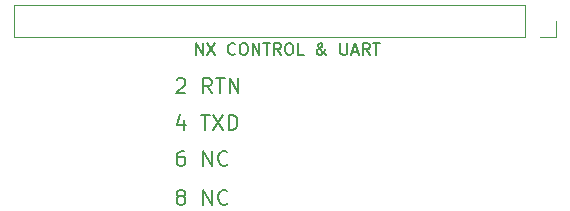
<source format=gbr>
%TF.GenerationSoftware,KiCad,Pcbnew,8.0.8-8.0.8-0~ubuntu22.04.1*%
%TF.CreationDate,2025-01-15T16:25:45-08:00*%
%TF.ProjectId,NX-ButtonInterface,4e582d42-7574-4746-9f6e-496e74657266,1*%
%TF.SameCoordinates,Original*%
%TF.FileFunction,Legend,Top*%
%TF.FilePolarity,Positive*%
%FSLAX46Y46*%
G04 Gerber Fmt 4.6, Leading zero omitted, Abs format (unit mm)*
G04 Created by KiCad (PCBNEW 8.0.8-8.0.8-0~ubuntu22.04.1) date 2025-01-15 16:25:45*
%MOMM*%
%LPD*%
G01*
G04 APERTURE LIST*
%ADD10C,0.177800*%
%ADD11C,0.150000*%
%ADD12C,0.120000*%
G04 APERTURE END LIST*
D10*
X99769639Y-101331613D02*
X99769639Y-102178280D01*
X99467258Y-100847804D02*
X99164877Y-101754946D01*
X99164877Y-101754946D02*
X99951068Y-101754946D01*
X101221068Y-100908280D02*
X101946782Y-100908280D01*
X101583925Y-102178280D02*
X101583925Y-100908280D01*
X102249163Y-100908280D02*
X103095830Y-102178280D01*
X103095830Y-100908280D02*
X102249163Y-102178280D01*
X103579639Y-102178280D02*
X103579639Y-100908280D01*
X103579639Y-100908280D02*
X103882020Y-100908280D01*
X103882020Y-100908280D02*
X104063449Y-100968756D01*
X104063449Y-100968756D02*
X104184401Y-101089708D01*
X104184401Y-101089708D02*
X104244878Y-101210661D01*
X104244878Y-101210661D02*
X104305354Y-101452565D01*
X104305354Y-101452565D02*
X104305354Y-101633994D01*
X104305354Y-101633994D02*
X104244878Y-101875899D01*
X104244878Y-101875899D02*
X104184401Y-101996851D01*
X104184401Y-101996851D02*
X104063449Y-102117804D01*
X104063449Y-102117804D02*
X103882020Y-102178280D01*
X103882020Y-102178280D02*
X103579639Y-102178280D01*
X99406782Y-107802565D02*
X99285830Y-107742089D01*
X99285830Y-107742089D02*
X99225353Y-107681613D01*
X99225353Y-107681613D02*
X99164877Y-107560661D01*
X99164877Y-107560661D02*
X99164877Y-107500184D01*
X99164877Y-107500184D02*
X99225353Y-107379232D01*
X99225353Y-107379232D02*
X99285830Y-107318756D01*
X99285830Y-107318756D02*
X99406782Y-107258280D01*
X99406782Y-107258280D02*
X99648687Y-107258280D01*
X99648687Y-107258280D02*
X99769639Y-107318756D01*
X99769639Y-107318756D02*
X99830115Y-107379232D01*
X99830115Y-107379232D02*
X99890592Y-107500184D01*
X99890592Y-107500184D02*
X99890592Y-107560661D01*
X99890592Y-107560661D02*
X99830115Y-107681613D01*
X99830115Y-107681613D02*
X99769639Y-107742089D01*
X99769639Y-107742089D02*
X99648687Y-107802565D01*
X99648687Y-107802565D02*
X99406782Y-107802565D01*
X99406782Y-107802565D02*
X99285830Y-107863042D01*
X99285830Y-107863042D02*
X99225353Y-107923518D01*
X99225353Y-107923518D02*
X99164877Y-108044470D01*
X99164877Y-108044470D02*
X99164877Y-108286375D01*
X99164877Y-108286375D02*
X99225353Y-108407327D01*
X99225353Y-108407327D02*
X99285830Y-108467804D01*
X99285830Y-108467804D02*
X99406782Y-108528280D01*
X99406782Y-108528280D02*
X99648687Y-108528280D01*
X99648687Y-108528280D02*
X99769639Y-108467804D01*
X99769639Y-108467804D02*
X99830115Y-108407327D01*
X99830115Y-108407327D02*
X99890592Y-108286375D01*
X99890592Y-108286375D02*
X99890592Y-108044470D01*
X99890592Y-108044470D02*
X99830115Y-107923518D01*
X99830115Y-107923518D02*
X99769639Y-107863042D01*
X99769639Y-107863042D02*
X99648687Y-107802565D01*
X101402496Y-108528280D02*
X101402496Y-107258280D01*
X101402496Y-107258280D02*
X102128211Y-108528280D01*
X102128211Y-108528280D02*
X102128211Y-107258280D01*
X103458687Y-108407327D02*
X103398211Y-108467804D01*
X103398211Y-108467804D02*
X103216782Y-108528280D01*
X103216782Y-108528280D02*
X103095830Y-108528280D01*
X103095830Y-108528280D02*
X102914401Y-108467804D01*
X102914401Y-108467804D02*
X102793449Y-108346851D01*
X102793449Y-108346851D02*
X102732972Y-108225899D01*
X102732972Y-108225899D02*
X102672496Y-107983994D01*
X102672496Y-107983994D02*
X102672496Y-107802565D01*
X102672496Y-107802565D02*
X102732972Y-107560661D01*
X102732972Y-107560661D02*
X102793449Y-107439708D01*
X102793449Y-107439708D02*
X102914401Y-107318756D01*
X102914401Y-107318756D02*
X103095830Y-107258280D01*
X103095830Y-107258280D02*
X103216782Y-107258280D01*
X103216782Y-107258280D02*
X103398211Y-107318756D01*
X103398211Y-107318756D02*
X103458687Y-107379232D01*
X99164877Y-97930432D02*
X99225353Y-97869956D01*
X99225353Y-97869956D02*
X99346306Y-97809480D01*
X99346306Y-97809480D02*
X99648687Y-97809480D01*
X99648687Y-97809480D02*
X99769639Y-97869956D01*
X99769639Y-97869956D02*
X99830115Y-97930432D01*
X99830115Y-97930432D02*
X99890592Y-98051384D01*
X99890592Y-98051384D02*
X99890592Y-98172337D01*
X99890592Y-98172337D02*
X99830115Y-98353765D01*
X99830115Y-98353765D02*
X99104401Y-99079480D01*
X99104401Y-99079480D02*
X99890592Y-99079480D01*
X102128211Y-99079480D02*
X101704877Y-98474718D01*
X101402496Y-99079480D02*
X101402496Y-97809480D01*
X101402496Y-97809480D02*
X101886306Y-97809480D01*
X101886306Y-97809480D02*
X102007258Y-97869956D01*
X102007258Y-97869956D02*
X102067735Y-97930432D01*
X102067735Y-97930432D02*
X102128211Y-98051384D01*
X102128211Y-98051384D02*
X102128211Y-98232813D01*
X102128211Y-98232813D02*
X102067735Y-98353765D01*
X102067735Y-98353765D02*
X102007258Y-98414242D01*
X102007258Y-98414242D02*
X101886306Y-98474718D01*
X101886306Y-98474718D02*
X101402496Y-98474718D01*
X102491068Y-97809480D02*
X103216782Y-97809480D01*
X102853925Y-99079480D02*
X102853925Y-97809480D01*
X103640115Y-99079480D02*
X103640115Y-97809480D01*
X103640115Y-97809480D02*
X104365830Y-99079480D01*
X104365830Y-99079480D02*
X104365830Y-97809480D01*
X99769639Y-103956280D02*
X99527734Y-103956280D01*
X99527734Y-103956280D02*
X99406782Y-104016756D01*
X99406782Y-104016756D02*
X99346306Y-104077232D01*
X99346306Y-104077232D02*
X99225353Y-104258661D01*
X99225353Y-104258661D02*
X99164877Y-104500565D01*
X99164877Y-104500565D02*
X99164877Y-104984375D01*
X99164877Y-104984375D02*
X99225353Y-105105327D01*
X99225353Y-105105327D02*
X99285830Y-105165804D01*
X99285830Y-105165804D02*
X99406782Y-105226280D01*
X99406782Y-105226280D02*
X99648687Y-105226280D01*
X99648687Y-105226280D02*
X99769639Y-105165804D01*
X99769639Y-105165804D02*
X99830115Y-105105327D01*
X99830115Y-105105327D02*
X99890592Y-104984375D01*
X99890592Y-104984375D02*
X99890592Y-104681994D01*
X99890592Y-104681994D02*
X99830115Y-104561042D01*
X99830115Y-104561042D02*
X99769639Y-104500565D01*
X99769639Y-104500565D02*
X99648687Y-104440089D01*
X99648687Y-104440089D02*
X99406782Y-104440089D01*
X99406782Y-104440089D02*
X99285830Y-104500565D01*
X99285830Y-104500565D02*
X99225353Y-104561042D01*
X99225353Y-104561042D02*
X99164877Y-104681994D01*
X101402496Y-105226280D02*
X101402496Y-103956280D01*
X101402496Y-103956280D02*
X102128211Y-105226280D01*
X102128211Y-105226280D02*
X102128211Y-103956280D01*
X103458687Y-105105327D02*
X103398211Y-105165804D01*
X103398211Y-105165804D02*
X103216782Y-105226280D01*
X103216782Y-105226280D02*
X103095830Y-105226280D01*
X103095830Y-105226280D02*
X102914401Y-105165804D01*
X102914401Y-105165804D02*
X102793449Y-105044851D01*
X102793449Y-105044851D02*
X102732972Y-104923899D01*
X102732972Y-104923899D02*
X102672496Y-104681994D01*
X102672496Y-104681994D02*
X102672496Y-104500565D01*
X102672496Y-104500565D02*
X102732972Y-104258661D01*
X102732972Y-104258661D02*
X102793449Y-104137708D01*
X102793449Y-104137708D02*
X102914401Y-104016756D01*
X102914401Y-104016756D02*
X103095830Y-103956280D01*
X103095830Y-103956280D02*
X103216782Y-103956280D01*
X103216782Y-103956280D02*
X103398211Y-104016756D01*
X103398211Y-104016756D02*
X103458687Y-104077232D01*
D11*
X100785714Y-95831819D02*
X100785714Y-94831819D01*
X100785714Y-94831819D02*
X101357142Y-95831819D01*
X101357142Y-95831819D02*
X101357142Y-94831819D01*
X101738095Y-94831819D02*
X102404761Y-95831819D01*
X102404761Y-94831819D02*
X101738095Y-95831819D01*
X104119047Y-95736580D02*
X104071428Y-95784200D01*
X104071428Y-95784200D02*
X103928571Y-95831819D01*
X103928571Y-95831819D02*
X103833333Y-95831819D01*
X103833333Y-95831819D02*
X103690476Y-95784200D01*
X103690476Y-95784200D02*
X103595238Y-95688961D01*
X103595238Y-95688961D02*
X103547619Y-95593723D01*
X103547619Y-95593723D02*
X103500000Y-95403247D01*
X103500000Y-95403247D02*
X103500000Y-95260390D01*
X103500000Y-95260390D02*
X103547619Y-95069914D01*
X103547619Y-95069914D02*
X103595238Y-94974676D01*
X103595238Y-94974676D02*
X103690476Y-94879438D01*
X103690476Y-94879438D02*
X103833333Y-94831819D01*
X103833333Y-94831819D02*
X103928571Y-94831819D01*
X103928571Y-94831819D02*
X104071428Y-94879438D01*
X104071428Y-94879438D02*
X104119047Y-94927057D01*
X104738095Y-94831819D02*
X104928571Y-94831819D01*
X104928571Y-94831819D02*
X105023809Y-94879438D01*
X105023809Y-94879438D02*
X105119047Y-94974676D01*
X105119047Y-94974676D02*
X105166666Y-95165152D01*
X105166666Y-95165152D02*
X105166666Y-95498485D01*
X105166666Y-95498485D02*
X105119047Y-95688961D01*
X105119047Y-95688961D02*
X105023809Y-95784200D01*
X105023809Y-95784200D02*
X104928571Y-95831819D01*
X104928571Y-95831819D02*
X104738095Y-95831819D01*
X104738095Y-95831819D02*
X104642857Y-95784200D01*
X104642857Y-95784200D02*
X104547619Y-95688961D01*
X104547619Y-95688961D02*
X104500000Y-95498485D01*
X104500000Y-95498485D02*
X104500000Y-95165152D01*
X104500000Y-95165152D02*
X104547619Y-94974676D01*
X104547619Y-94974676D02*
X104642857Y-94879438D01*
X104642857Y-94879438D02*
X104738095Y-94831819D01*
X105595238Y-95831819D02*
X105595238Y-94831819D01*
X105595238Y-94831819D02*
X106166666Y-95831819D01*
X106166666Y-95831819D02*
X106166666Y-94831819D01*
X106500000Y-94831819D02*
X107071428Y-94831819D01*
X106785714Y-95831819D02*
X106785714Y-94831819D01*
X107976190Y-95831819D02*
X107642857Y-95355628D01*
X107404762Y-95831819D02*
X107404762Y-94831819D01*
X107404762Y-94831819D02*
X107785714Y-94831819D01*
X107785714Y-94831819D02*
X107880952Y-94879438D01*
X107880952Y-94879438D02*
X107928571Y-94927057D01*
X107928571Y-94927057D02*
X107976190Y-95022295D01*
X107976190Y-95022295D02*
X107976190Y-95165152D01*
X107976190Y-95165152D02*
X107928571Y-95260390D01*
X107928571Y-95260390D02*
X107880952Y-95308009D01*
X107880952Y-95308009D02*
X107785714Y-95355628D01*
X107785714Y-95355628D02*
X107404762Y-95355628D01*
X108595238Y-94831819D02*
X108785714Y-94831819D01*
X108785714Y-94831819D02*
X108880952Y-94879438D01*
X108880952Y-94879438D02*
X108976190Y-94974676D01*
X108976190Y-94974676D02*
X109023809Y-95165152D01*
X109023809Y-95165152D02*
X109023809Y-95498485D01*
X109023809Y-95498485D02*
X108976190Y-95688961D01*
X108976190Y-95688961D02*
X108880952Y-95784200D01*
X108880952Y-95784200D02*
X108785714Y-95831819D01*
X108785714Y-95831819D02*
X108595238Y-95831819D01*
X108595238Y-95831819D02*
X108500000Y-95784200D01*
X108500000Y-95784200D02*
X108404762Y-95688961D01*
X108404762Y-95688961D02*
X108357143Y-95498485D01*
X108357143Y-95498485D02*
X108357143Y-95165152D01*
X108357143Y-95165152D02*
X108404762Y-94974676D01*
X108404762Y-94974676D02*
X108500000Y-94879438D01*
X108500000Y-94879438D02*
X108595238Y-94831819D01*
X109928571Y-95831819D02*
X109452381Y-95831819D01*
X109452381Y-95831819D02*
X109452381Y-94831819D01*
X111833334Y-95831819D02*
X111785715Y-95831819D01*
X111785715Y-95831819D02*
X111690476Y-95784200D01*
X111690476Y-95784200D02*
X111547619Y-95641342D01*
X111547619Y-95641342D02*
X111309524Y-95355628D01*
X111309524Y-95355628D02*
X111214286Y-95212771D01*
X111214286Y-95212771D02*
X111166667Y-95069914D01*
X111166667Y-95069914D02*
X111166667Y-94974676D01*
X111166667Y-94974676D02*
X111214286Y-94879438D01*
X111214286Y-94879438D02*
X111309524Y-94831819D01*
X111309524Y-94831819D02*
X111357143Y-94831819D01*
X111357143Y-94831819D02*
X111452381Y-94879438D01*
X111452381Y-94879438D02*
X111500000Y-94974676D01*
X111500000Y-94974676D02*
X111500000Y-95022295D01*
X111500000Y-95022295D02*
X111452381Y-95117533D01*
X111452381Y-95117533D02*
X111404762Y-95165152D01*
X111404762Y-95165152D02*
X111119048Y-95355628D01*
X111119048Y-95355628D02*
X111071429Y-95403247D01*
X111071429Y-95403247D02*
X111023810Y-95498485D01*
X111023810Y-95498485D02*
X111023810Y-95641342D01*
X111023810Y-95641342D02*
X111071429Y-95736580D01*
X111071429Y-95736580D02*
X111119048Y-95784200D01*
X111119048Y-95784200D02*
X111214286Y-95831819D01*
X111214286Y-95831819D02*
X111357143Y-95831819D01*
X111357143Y-95831819D02*
X111452381Y-95784200D01*
X111452381Y-95784200D02*
X111500000Y-95736580D01*
X111500000Y-95736580D02*
X111642857Y-95546104D01*
X111642857Y-95546104D02*
X111690476Y-95403247D01*
X111690476Y-95403247D02*
X111690476Y-95308009D01*
X113023810Y-94831819D02*
X113023810Y-95641342D01*
X113023810Y-95641342D02*
X113071429Y-95736580D01*
X113071429Y-95736580D02*
X113119048Y-95784200D01*
X113119048Y-95784200D02*
X113214286Y-95831819D01*
X113214286Y-95831819D02*
X113404762Y-95831819D01*
X113404762Y-95831819D02*
X113500000Y-95784200D01*
X113500000Y-95784200D02*
X113547619Y-95736580D01*
X113547619Y-95736580D02*
X113595238Y-95641342D01*
X113595238Y-95641342D02*
X113595238Y-94831819D01*
X114023810Y-95546104D02*
X114500000Y-95546104D01*
X113928572Y-95831819D02*
X114261905Y-94831819D01*
X114261905Y-94831819D02*
X114595238Y-95831819D01*
X115500000Y-95831819D02*
X115166667Y-95355628D01*
X114928572Y-95831819D02*
X114928572Y-94831819D01*
X114928572Y-94831819D02*
X115309524Y-94831819D01*
X115309524Y-94831819D02*
X115404762Y-94879438D01*
X115404762Y-94879438D02*
X115452381Y-94927057D01*
X115452381Y-94927057D02*
X115500000Y-95022295D01*
X115500000Y-95022295D02*
X115500000Y-95165152D01*
X115500000Y-95165152D02*
X115452381Y-95260390D01*
X115452381Y-95260390D02*
X115404762Y-95308009D01*
X115404762Y-95308009D02*
X115309524Y-95355628D01*
X115309524Y-95355628D02*
X114928572Y-95355628D01*
X115785715Y-94831819D02*
X116357143Y-94831819D01*
X116071429Y-95831819D02*
X116071429Y-94831819D01*
D12*
%TO.C,J1*%
X85411000Y-91634000D02*
X85411000Y-94294000D01*
X128651000Y-91634000D02*
X85411000Y-91634000D01*
X128651000Y-91634000D02*
X128651000Y-94294000D01*
X128651000Y-94294000D02*
X85411000Y-94294000D01*
X131251000Y-92964000D02*
X131251000Y-94294000D01*
X131251000Y-94294000D02*
X129921000Y-94294000D01*
%TD*%
M02*

</source>
